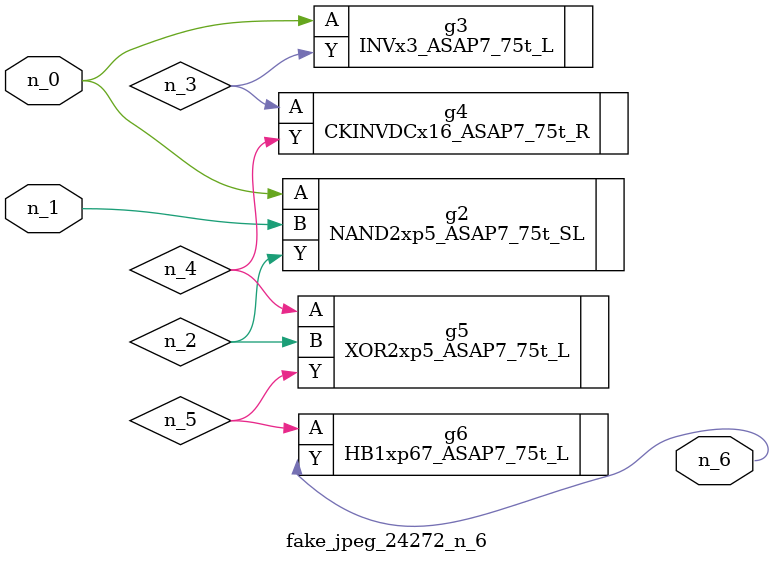
<source format=v>
module fake_jpeg_24272_n_6 (n_0, n_1, n_6);

input n_0;
input n_1;

output n_6;

wire n_2;
wire n_3;
wire n_4;
wire n_5;

NAND2xp5_ASAP7_75t_SL g2 ( 
.A(n_0),
.B(n_1),
.Y(n_2)
);

INVx3_ASAP7_75t_L g3 ( 
.A(n_0),
.Y(n_3)
);

CKINVDCx16_ASAP7_75t_R g4 ( 
.A(n_3),
.Y(n_4)
);

XOR2xp5_ASAP7_75t_L g5 ( 
.A(n_4),
.B(n_2),
.Y(n_5)
);

HB1xp67_ASAP7_75t_L g6 ( 
.A(n_5),
.Y(n_6)
);


endmodule
</source>
